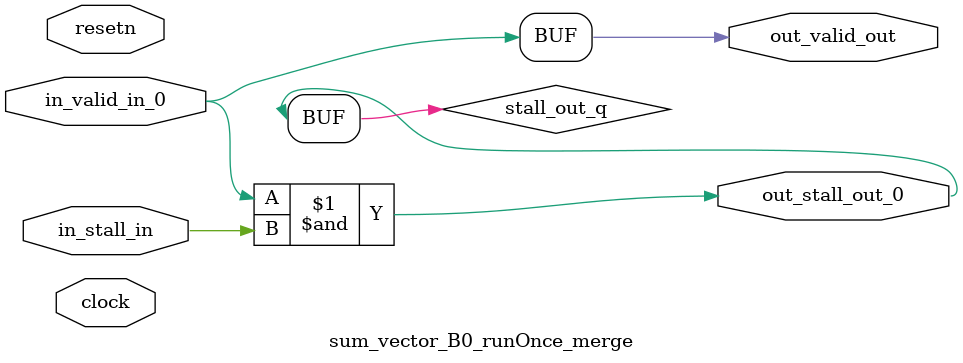
<source format=sv>



(* altera_attribute = "-name AUTO_SHIFT_REGISTER_RECOGNITION OFF; -name MESSAGE_DISABLE 10036; -name MESSAGE_DISABLE 10037; -name MESSAGE_DISABLE 14130; -name MESSAGE_DISABLE 14320; -name MESSAGE_DISABLE 15400; -name MESSAGE_DISABLE 14130; -name MESSAGE_DISABLE 10036; -name MESSAGE_DISABLE 12020; -name MESSAGE_DISABLE 12030; -name MESSAGE_DISABLE 12010; -name MESSAGE_DISABLE 12110; -name MESSAGE_DISABLE 14320; -name MESSAGE_DISABLE 13410; -name MESSAGE_DISABLE 113007; -name MESSAGE_DISABLE 10958" *)
module sum_vector_B0_runOnce_merge (
    input wire [0:0] in_stall_in,
    input wire [0:0] in_valid_in_0,
    output wire [0:0] out_stall_out_0,
    output wire [0:0] out_valid_out,
    input wire clock,
    input wire resetn
    );

    wire [0:0] stall_out_q;


    // stall_out(LOGICAL,6)
    assign stall_out_q = in_valid_in_0 & in_stall_in;

    // out_stall_out_0(GPOUT,4)
    assign out_stall_out_0 = stall_out_q;

    // out_valid_out(GPOUT,5)
    assign out_valid_out = in_valid_in_0;

endmodule

</source>
